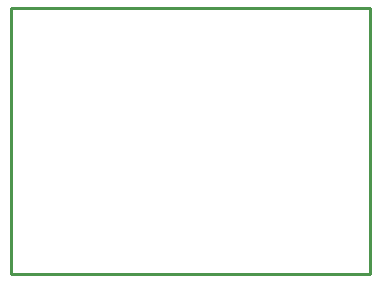
<source format=gbr>
G04 EAGLE Gerber RS-274X export*
G75*
%MOMM*%
%FSLAX34Y34*%
%LPD*%
%IN*%
%IPPOS*%
%AMOC8*
5,1,8,0,0,1.08239X$1,22.5*%
G01*
%ADD10C,0.254000*%


D10*
X0Y0D02*
X304600Y0D01*
X304600Y225300D01*
X0Y225300D01*
X0Y0D01*
M02*

</source>
